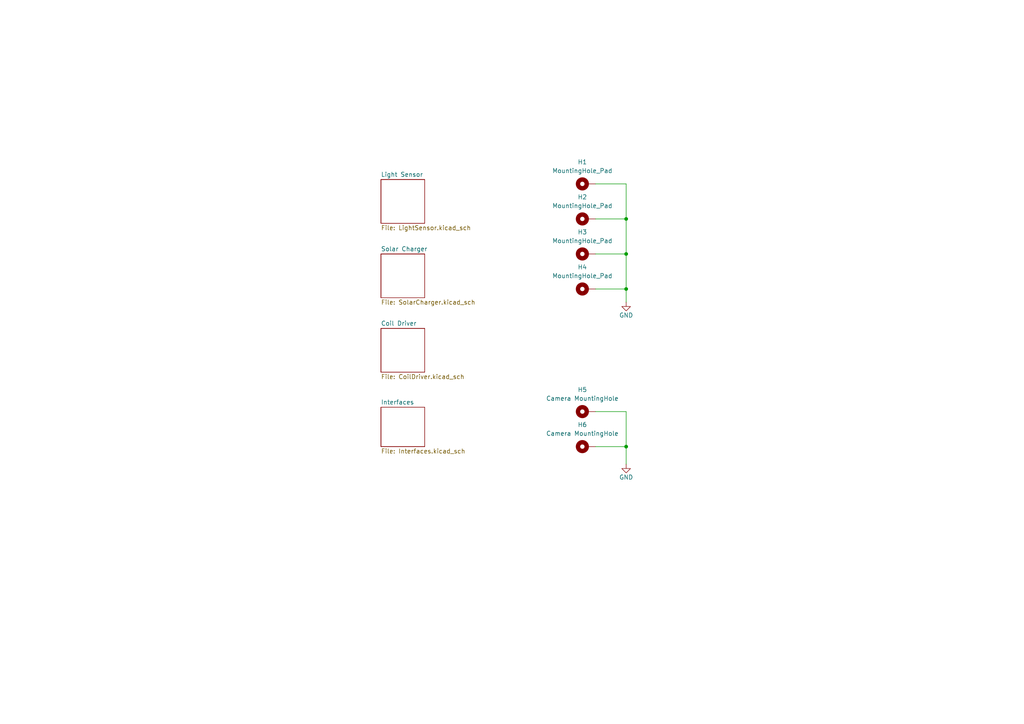
<source format=kicad_sch>
(kicad_sch (version 20231120) (generator "eeschema") (generator_version "8.0")
  (paper "A4")
  (lib_symbols
    (symbol "Mechanical:MountingHole_Pad" (pin_numbers hide) (pin_names (offset 1.016) hide) (exclude_from_sim yes) (in_bom no)
      (property "Reference" "H" (at 0 6.35 0))
      (property "Value" "MountingHole_Pad" (at 0 4.445 0))
      (symbol "MountingHole_Pad_0_1"
        (circle (center 0 1.27) (radius 1.27) (stroke (width 1.27)))
      )
      (symbol "MountingHole_Pad_1_1"
        (pin input line (at 0 -2.54 90) (length 2.54) (name "1") (number "1"))
      )
    )
    (symbol "power:GND" (power) (pin_numbers hide) (pin_names (offset 0) hide)
      (property "Value" "GND" (at 0 -3.81 0))
      (symbol "GND_0_1"
        (polyline (pts (xy 0 0) (xy 0 -1.27) (xy 1.27 -1.27) (xy 0 -2.54) (xy -1.27 -1.27) (xy 0 -1.27)))
      )
      (symbol "GND_1_1"
        (pin power_in line (at 0 0 270) (length 0) (name "~") (number "1"))
      )
    )
  )
  (junction (at 181.61 83.82))
  (junction (at 181.61 73.66))
  (junction (at 181.61 63.5))
  (junction (at 181.61 129.54))
  (wire (pts (xy 172.72 83.82) (xy 181.61 83.82)))
  (wire (pts (xy 181.61 119.38) (xy 172.72 119.38)))
  (wire (pts (xy 172.72 129.54) (xy 181.61 129.54)))
  (wire (pts (xy 181.61 134.62) (xy 181.61 129.54)))
  (wire (pts (xy 172.72 73.66) (xy 181.61 73.66)))
  (wire (pts (xy 181.61 73.66) (xy 181.61 63.5)))
  (wire (pts (xy 172.72 63.5) (xy 181.61 63.5)))
  (wire (pts (xy 181.61 53.34) (xy 172.72 53.34)))
  (wire (pts (xy 181.61 83.82) (xy 181.61 87.63)))
  (wire (pts (xy 181.61 83.82) (xy 181.61 73.66)))
  (wire (pts (xy 181.61 63.5) (xy 181.61 53.34)))
  (wire (pts (xy 181.61 129.54) (xy 181.61 119.38)))
  (symbol (lib_id "Mechanical:MountingHole_Pad") (at 170.18 53.34 90) (unit 1) (exclude_from_sim yes) (in_bom no)
    (property "Reference" "H1" (at 168.91 46.99 90))
    (property "Value" "MountingHole_Pad" (at 168.91 49.53 90))
    (property "Footprint" "MountingHole:MountingHole_3.2mm_M3_DIN965_Pad_TopBottom" (effects (hide yes)))
    (property "Description" "Mounting Hole with connection" (effects (hide yes)))
  )
  (symbol (lib_id "Mechanical:MountingHole_Pad") (at 170.18 119.38 90) (unit 1) (exclude_from_sim yes) (in_bom no)
    (property "Reference" "H5" (at 168.91 113.03 90))
    (property "Value" "Camera MountingHole" (at 168.91 115.57 90))
    (property "Footprint" "MountingHole:MountingHole_3mm" (effects (hide yes)))
    (property "Description" "Mounting Hole with connection" (effects (hide yes)))
  )
  (symbol (lib_id "Mechanical:MountingHole_Pad") (at 170.18 83.82 90) (unit 1) (exclude_from_sim yes) (in_bom no)
    (property "Reference" "H4" (at 168.91 77.47 90))
    (property "Value" "MountingHole_Pad" (at 168.91 80.01 90))
    (property "Footprint" "MountingHole:MountingHole_3.2mm_M3_DIN965_Pad_TopBottom" (effects (hide yes)))
    (property "Description" "Mounting Hole with connection" (effects (hide yes)))
  )
  (symbol (lib_id "Mechanical:MountingHole_Pad") (at 170.18 129.54 90) (unit 1) (exclude_from_sim yes) (in_bom no)
    (property "Reference" "H6" (at 168.91 123.19 90))
    (property "Value" "Camera MountingHole" (at 168.91 125.73 90))
    (property "Footprint" "MountingHole:MountingHole_3mm" (effects (hide yes)))
    (property "Description" "Mounting Hole with connection" (effects (hide yes)))
  )
  (symbol (lib_id "power:GND") (at 181.61 87.63 0) (unit 1)
    (property "Reference" "#PWR054" (effects (hide yes)))
    (property "Value" "GND" (at 181.61 91.44 0))
    (property "Description" "Power symbol creates a global label with name \"GND\" , ground" (effects (hide yes)))
  )
  (symbol (lib_id "Mechanical:MountingHole_Pad") (at 170.18 63.5 90) (unit 1) (exclude_from_sim yes) (in_bom no)
    (property "Reference" "H2" (at 168.91 57.15 90))
    (property "Value" "MountingHole_Pad" (at 168.91 59.69 90))
    (property "Footprint" "MountingHole:MountingHole_3.2mm_M3_DIN965_Pad_TopBottom" (effects (hide yes)))
    (property "Description" "Mounting Hole with connection" (effects (hide yes)))
  )
  (symbol (lib_id "Mechanical:MountingHole_Pad") (at 170.18 73.66 90) (unit 1) (exclude_from_sim yes) (in_bom no)
    (property "Reference" "H3" (at 168.91 67.31 90))
    (property "Value" "MountingHole_Pad" (at 168.91 69.85 90))
    (property "Footprint" "MountingHole:MountingHole_3.2mm_M3_DIN965_Pad_TopBottom" (effects (hide yes)))
    (property "Description" "Mounting Hole with connection" (effects (hide yes)))
  )
  (symbol (lib_id "power:GND") (at 181.61 134.62 0) (unit 1)
    (property "Reference" "#PWR017" (effects (hide yes)))
    (property "Value" "GND" (at 181.61 138.43 0))
    (property "Description" "Power symbol creates a global label with name \"GND\" , ground" (effects (hide yes)))
  )
  (sheet (at 110.49 52.07) (size 12.7 12.7) (stroke (width 0.1524))
    (property "Sheetname" "Light Sensor" (at 110.49 51.3584 0) (effects (justify left bottom)))
    (property "Sheetfile" "LightSensor.kicad_sch" (at 110.49 65.3546 0) (effects (justify left top)))
  )
  (sheet (at 110.49 118.11) (size 12.7 11.43) (stroke (width 0.1524))
    (property "Sheetname" "Interfaces" (at 110.49 117.3984 0) (effects (justify left bottom)))
    (property "Sheetfile" "Interfaces.kicad_sch" (at 110.49 130.1246 0) (effects (justify left top)))
  )
  (sheet (at 110.49 95.25) (size 12.7 12.7) (stroke (width 0.1524))
    (property "Sheetname" "Coil Driver" (at 110.49 94.5384 0) (effects (justify left bottom)))
    (property "Sheetfile" "CoilDriver.kicad_sch" (at 110.49 108.5346 0) (effects (justify left top)))
  )
  (sheet (at 110.49 73.66) (size 12.7 12.7) (stroke (width 0.1524))
    (property "Sheetname" "Solar Charger" (at 110.49 72.9484 0) (effects (justify left bottom)))
    (property "Sheetfile" "SolarCharger.kicad_sch" (at 110.49 86.9446 0) (effects (justify left top)))
  )
)
</source>
